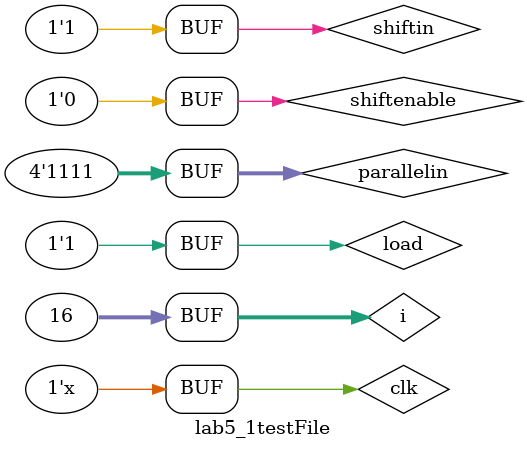
<source format=v>
`timescale 1ns / 1ps


module lab5_1testFile;

    reg clk;
    reg shiftin;
    reg shiftenable;
    reg load;
    reg [3:0] parallelin;
    
    wire shiftout;
    wire [3:0] regcontent;
    
    integer i;
    
    lab5_2 dut(.clk(clk), .shiftin(shiftin), .shiftenable(shiftenable), .load(load), .parallelin(parallelin), .shiftout(shiftout), .regcontent(regcontent));
    
    always #1 clk = !clk ;
    
    initial
        begin
            clk = 0;
            shiftenable = 0;
            load = 1;
            parallelin = 0;
            shiftin = 0;
            for (i = 0; i < 16; i = i + 1)
                #5 parallelin = i;
            #10;
            clk = 0;
            shiftenable = 1;
            load = 0;
            parallelin = 0;
            shiftin = 1;
            for (i = 0; i < 16; i = i + 1)
            begin
                #5 parallelin = i;
                #5 shiftin = !shiftin;
            end
            #10;
            clk = 0;
            shiftenable = 0;
            load = 1;
            parallelin = 0;
            shiftin = 1;
            for (i = 0; i < 16; i = i + 1)
                #5 parallelin = i;
            #10;
         end    
endmodule

</source>
